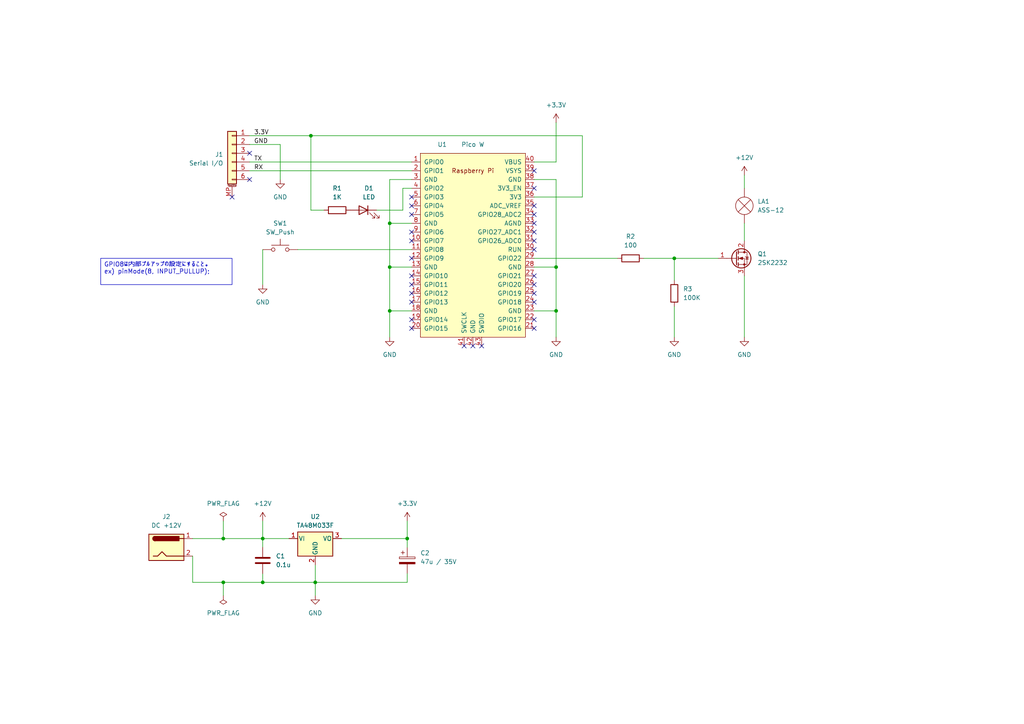
<source format=kicad_sch>
(kicad_sch (version 20231120) (generator "eeschema") (generator_version "8.0")
  (paper "A4")
  (title_block (title "PicoLight") (date "2024-01-16") (company "by 46nori"))
  (lib_symbols
    (symbol "Connector:Jack-DC" (pin_names (offset 1.016))
      (property "Reference" "J" (at 0 5.334 0))
      (property "Value" "Jack-DC" (at 0 -5.08 0))
      (symbol "Jack-DC_0_1"
        (rectangle (start -5.08 3.81) (end 5.08 -3.81) (stroke (width 0.254)) (fill (type background)))
        (arc (start -3.302 3.175) (mid -3.9343 2.54) (end -3.302 1.905) (stroke (width 0.254)))
        (arc (start -3.302 3.175) (mid -3.9343 2.54) (end -3.302 1.905) (stroke (width 0.254)) (fill (type outline)))
        (polyline (pts (xy 5.08 2.54) (xy 3.81 2.54)) (stroke (width 0.254)))
        (polyline (pts (xy -3.81 -2.54) (xy -2.54 -2.54) (xy -1.27 -1.27) (xy 0 -2.54) (xy 2.54 -2.54) (xy 5.08 -2.54)) (stroke (width 0.254)))
        (rectangle (start 3.683 3.175) (end -3.302 1.905) (stroke (width 0.254)) (fill (type outline)))
      )
      (symbol "Jack-DC_1_1"
        (pin passive line (at 7.62 2.54 180) (length 2.54) (name "~") (number "1"))
        (pin passive line (at 7.62 -2.54 180) (length 2.54) (name "~") (number "2"))
      )
    )
    (symbol "Connector_Generic_MountingPin:Conn_01x06_MountingPin" (pin_names (offset 1.016) hide)
      (property "Reference" "J" (at 0 7.62 0))
      (property "Value" "Conn_01x06_MountingPin" (at 1.27 -10.16 0))
      (symbol "Conn_01x06_MountingPin_1_1"
        (rectangle (start -1.27 -7.493) (end 0 -7.747) (stroke (width 0.1524)))
        (rectangle (start -1.27 -4.953) (end 0 -5.207) (stroke (width 0.1524)))
        (rectangle (start -1.27 -2.413) (end 0 -2.667) (stroke (width 0.1524)))
        (rectangle (start -1.27 0.127) (end 0 -0.127) (stroke (width 0.1524)))
        (rectangle (start -1.27 2.667) (end 0 2.413) (stroke (width 0.1524)))
        (rectangle (start -1.27 5.207) (end 0 4.953) (stroke (width 0.1524)))
        (rectangle (start -1.27 6.35) (end 1.27 -8.89) (stroke (width 0.254)) (fill (type background)))
        (polyline (pts (xy -1.016 -9.652) (xy 1.016 -9.652)) (stroke (width 0.1524)))
        (text "Mounting" (at 0 -9.271 0) (effects (font (size 0.381 0.381))))
        (pin passive line (at -5.08 5.08 0) (length 3.81) (name "Pin_1") (number "1"))
        (pin passive line (at -5.08 2.54 0) (length 3.81) (name "Pin_2") (number "2"))
        (pin passive line (at -5.08 0 0) (length 3.81) (name "Pin_3") (number "3"))
        (pin passive line (at -5.08 -2.54 0) (length 3.81) (name "Pin_4") (number "4"))
        (pin passive line (at -5.08 -5.08 0) (length 3.81) (name "Pin_5") (number "5"))
        (pin passive line (at -5.08 -7.62 0) (length 3.81) (name "Pin_6") (number "6"))
        (pin passive line (at 0 -12.7 90) (length 3.048) (name "MountPin") (number "MP"))
      )
    )
    (symbol "Device:C" (pin_numbers hide) (pin_names (offset 0.254))
      (property "Reference" "C" (at 0.635 2.54 0))
      (property "Value" "C" (at 0.635 -2.54 0))
      (symbol "C_0_1"
        (polyline (pts (xy -2.032 -0.762) (xy 2.032 -0.762)) (stroke (width 0.508)))
        (polyline (pts (xy -2.032 0.762) (xy 2.032 0.762)) (stroke (width 0.508)))
      )
      (symbol "C_1_1"
        (pin passive line (at 0 3.81 270) (length 2.794) (name "~") (number "1"))
        (pin passive line (at 0 -3.81 90) (length 2.794) (name "~") (number "2"))
      )
    )
    (symbol "Device:C_Polarized" (pin_numbers hide) (pin_names (offset 0.254))
      (property "Reference" "C" (at 0.635 2.54 0))
      (property "Value" "C_Polarized" (at 0.635 -2.54 0))
      (symbol "C_Polarized_0_1"
        (rectangle (start -2.286 0.508) (end 2.286 1.016))
        (polyline (pts (xy -1.778 2.286) (xy -0.762 2.286)))
        (polyline (pts (xy -1.27 2.794) (xy -1.27 1.778)))
        (rectangle (start 2.286 -0.508) (end -2.286 -1.016) (fill (type outline)))
      )
      (symbol "C_Polarized_1_1"
        (pin passive line (at 0 3.81 270) (length 2.794) (name "~") (number "1"))
        (pin passive line (at 0 -3.81 90) (length 2.794) (name "~") (number "2"))
      )
    )
    (symbol "Device:LED" (pin_numbers hide) (pin_names (offset 1.016) hide)
      (property "Reference" "D" (at 0 2.54 0))
      (property "Value" "LED" (at 0 -2.54 0))
      (symbol "LED_0_1"
        (polyline (pts (xy -1.27 -1.27) (xy -1.27 1.27)) (stroke (width 0.254)))
        (polyline (pts (xy -1.27 0) (xy 1.27 0)))
        (polyline (pts (xy 1.27 -1.27) (xy 1.27 1.27) (xy -1.27 0) (xy 1.27 -1.27)) (stroke (width 0.254)))
        (polyline (pts (xy -3.048 -0.762) (xy -4.572 -2.286) (xy -3.81 -2.286) (xy -4.572 -2.286) (xy -4.572 -1.524)))
        (polyline (pts (xy -1.778 -0.762) (xy -3.302 -2.286) (xy -2.54 -2.286) (xy -3.302 -2.286) (xy -3.302 -1.524)))
      )
      (symbol "LED_1_1"
        (pin passive line (at -3.81 0 0) (length 2.54) (name "K") (number "1"))
        (pin passive line (at 3.81 0 180) (length 2.54) (name "A") (number "2"))
      )
    )
    (symbol "Device:Lamp" (pin_numbers hide) (pin_names (offset 0.0254) hide)
      (property "Reference" "LA" (at 0.635 3.81 0))
      (property "Value" "Lamp" (at 0.635 -3.81 0))
      (symbol "Lamp_0_1"
        (polyline (pts (xy -1.778 1.778) (xy 1.778 -1.778)))
        (polyline (pts (xy 1.778 1.778) (xy -1.778 -1.778)))
        (circle (center 0 0) (radius 2.54))
      )
      (symbol "Lamp_1_1"
        (pin passive line (at 0 -5.08 90) (length 2.54) (name "-") (number "1"))
        (pin passive line (at 0 5.08 270) (length 2.54) (name "+") (number "2"))
      )
    )
    (symbol "Device:Q_NMOS_GDS" (pin_names (offset 0) hide)
      (property "Reference" "Q" (at 5.08 1.27 0))
      (property "Value" "Q_NMOS_GDS" (at 5.08 -1.27 0))
      (symbol "Q_NMOS_GDS_0_1"
        (polyline (pts (xy 0.254 0) (xy -2.54 0)))
        (polyline (pts (xy 0.254 1.905) (xy 0.254 -1.905)) (stroke (width 0.254)))
        (polyline (pts (xy 0.762 -1.27) (xy 0.762 -2.286)) (stroke (width 0.254)))
        (polyline (pts (xy 0.762 0.508) (xy 0.762 -0.508)) (stroke (width 0.254)))
        (polyline (pts (xy 0.762 2.286) (xy 0.762 1.27)) (stroke (width 0.254)))
        (polyline (pts (xy 2.54 2.54) (xy 2.54 1.778)))
        (polyline (pts (xy 2.54 -2.54) (xy 2.54 0) (xy 0.762 0)))
        (polyline (pts (xy 0.762 -1.778) (xy 3.302 -1.778) (xy 3.302 1.778) (xy 0.762 1.778)))
        (polyline (pts (xy 1.016 0) (xy 2.032 0.381) (xy 2.032 -0.381) (xy 1.016 0)) (fill (type outline)))
        (polyline (pts (xy 2.794 0.508) (xy 2.921 0.381) (xy 3.683 0.381) (xy 3.81 0.254)))
        (polyline (pts (xy 3.302 0.381) (xy 2.921 -0.254) (xy 3.683 -0.254) (xy 3.302 0.381)))
        (circle (center 1.651 0) (radius 2.794) (stroke (width 0.254)))
        (circle (center 2.54 -1.778) (radius 0.254) (fill (type outline)))
        (circle (center 2.54 1.778) (radius 0.254) (fill (type outline)))
      )
      (symbol "Q_NMOS_GDS_1_1"
        (pin input line (at -5.08 0 0) (length 2.54) (name "G") (number "1"))
        (pin passive line (at 2.54 5.08 270) (length 2.54) (name "D") (number "2"))
        (pin passive line (at 2.54 -5.08 90) (length 2.54) (name "S") (number "3"))
      )
    )
    (symbol "Device:R" (pin_numbers hide) (pin_names (offset 0))
      (property "Reference" "R" (at 2.032 0 90))
      (property "Value" "R" (at 0 0 90))
      (symbol "R_0_1"
        (rectangle (start -1.016 -2.54) (end 1.016 2.54) (stroke (width 0.254)))
      )
      (symbol "R_1_1"
        (pin passive line (at 0 3.81 270) (length 1.27) (name "~") (number "1"))
        (pin passive line (at 0 -3.81 90) (length 1.27) (name "~") (number "2"))
      )
    )
    (symbol "RPi_Pico:Pico" (pin_names (offset 1.016))
      (property "Reference" "U1" (at 0 31.75 0))
      (property "Value" "Pico W" (at 0 29.21 0))
      (symbol "Pico_0_0"
        (text "Raspberry Pi" (at 0 21.59 0) (effects (font (size 1.27 1.27))))
      )
      (symbol "Pico_0_1"
        (rectangle (start -15.24 26.67) (end 15.24 -26.67) (fill (type background)))
      )
      (symbol "Pico_1_1"
        (pin bidirectional line (at -17.78 24.13 0) (length 2.54) (name "GPIO0") (number "1"))
        (pin bidirectional line (at -17.78 1.27 0) (length 2.54) (name "GPIO7") (number "10"))
        (pin bidirectional line (at -17.78 -1.27 0) (length 2.54) (name "GPIO8") (number "11"))
        (pin bidirectional line (at -17.78 -3.81 0) (length 2.54) (name "GPIO9") (number "12"))
        (pin power_in line (at -17.78 -6.35 0) (length 2.54) (name "GND") (number "13"))
        (pin bidirectional line (at -17.78 -8.89 0) (length 2.54) (name "GPIO10") (number "14"))
        (pin bidirectional line (at -17.78 -11.43 0) (length 2.54) (name "GPIO11") (number "15"))
        (pin bidirectional line (at -17.78 -13.97 0) (length 2.54) (name "GPIO12") (number "16"))
        (pin bidirectional line (at -17.78 -16.51 0) (length 2.54) (name "GPIO13") (number "17"))
        (pin power_in line (at -17.78 -19.05 0) (length 2.54) (name "GND") (number "18"))
        (pin bidirectional line (at -17.78 -21.59 0) (length 2.54) (name "GPIO14") (number "19"))
        (pin bidirectional line (at -17.78 21.59 0) (length 2.54) (name "GPIO1") (number "2"))
        (pin bidirectional line (at -17.78 -24.13 0) (length 2.54) (name "GPIO15") (number "20"))
        (pin bidirectional line (at 17.78 -24.13 180) (length 2.54) (name "GPIO16") (number "21"))
        (pin bidirectional line (at 17.78 -21.59 180) (length 2.54) (name "GPIO17") (number "22"))
        (pin power_in line (at 17.78 -19.05 180) (length 2.54) (name "GND") (number "23"))
        (pin bidirectional line (at 17.78 -16.51 180) (length 2.54) (name "GPIO18") (number "24"))
        (pin bidirectional line (at 17.78 -13.97 180) (length 2.54) (name "GPIO19") (number "25"))
        (pin bidirectional line (at 17.78 -11.43 180) (length 2.54) (name "GPIO20") (number "26"))
        (pin bidirectional line (at 17.78 -8.89 180) (length 2.54) (name "GPIO21") (number "27"))
        (pin power_in line (at 17.78 -6.35 180) (length 2.54) (name "GND") (number "28"))
        (pin bidirectional line (at 17.78 -3.81 180) (length 2.54) (name "GPIO22") (number "29"))
        (pin power_in line (at -17.78 19.05 0) (length 2.54) (name "GND") (number "3"))
        (pin input line (at 17.78 -1.27 180) (length 2.54) (name "RUN") (number "30"))
        (pin bidirectional line (at 17.78 1.27 180) (length 2.54) (name "GPIO26_ADC0") (number "31"))
        (pin bidirectional line (at 17.78 3.81 180) (length 2.54) (name "GPIO27_ADC1") (number "32"))
        (pin power_in line (at 17.78 6.35 180) (length 2.54) (name "AGND") (number "33"))
        (pin bidirectional line (at 17.78 8.89 180) (length 2.54) (name "GPIO28_ADC2") (number "34"))
        (pin unspecified line (at 17.78 11.43 180) (length 2.54) (name "ADC_VREF") (number "35"))
        (pin power_out line (at 17.78 13.97 180) (length 2.54) (name "3V3") (number "36"))
        (pin power_in line (at 17.78 16.51 180) (length 2.54) (name "3V3_EN") (number "37"))
        (pin power_in line (at 17.78 19.05 180) (length 2.54) (name "GND") (number "38"))
        (pin power_in line (at 17.78 21.59 180) (length 2.54) (name "VSYS") (number "39"))
        (pin bidirectional line (at -17.78 16.51 0) (length 2.54) (name "GPIO2") (number "4"))
        (pin unspecified line (at 17.78 24.13 180) (length 2.54) (name "VBUS") (number "40"))
        (pin input line (at -2.54 -29.21 90) (length 2.54) (name "SWCLK") (number "41"))
        (pin power_in line (at 0 -29.21 90) (length 2.54) (name "GND") (number "42"))
        (pin bidirectional line (at 2.54 -29.21 90) (length 2.54) (name "SWDIO") (number "43"))
        (pin bidirectional line (at -17.78 13.97 0) (length 2.54) (name "GPIO3") (number "5"))
        (pin bidirectional line (at -17.78 11.43 0) (length 2.54) (name "GPIO4") (number "6"))
        (pin bidirectional line (at -17.78 8.89 0) (length 2.54) (name "GPIO5") (number "7"))
        (pin power_in line (at -17.78 6.35 0) (length 2.54) (name "GND") (number "8"))
        (pin bidirectional line (at -17.78 3.81 0) (length 2.54) (name "GPIO6") (number "9"))
      )
    )
    (symbol "Regulator_Linear:LF33_TO252" (pin_names (offset 0.254))
      (property "Reference" "U" (at -3.81 3.175 0))
      (property "Value" "LF33_TO252" (at 0 3.175 0))
      (symbol "LF33_TO252_0_1"
        (rectangle (start -5.08 1.905) (end 5.08 -5.08) (stroke (width 0.254)) (fill (type background)))
      )
      (symbol "LF33_TO252_1_1"
        (pin power_in line (at -7.62 0 0) (length 2.54) (name "VI") (number "1"))
        (pin power_in line (at 0 -7.62 90) (length 2.54) (name "GND") (number "2"))
        (pin power_out line (at 7.62 0 180) (length 2.54) (name "VO") (number "3"))
      )
    )
    (symbol "Switch:SW_Push" (pin_numbers hide) (pin_names (offset 1.016) hide)
      (property "Reference" "SW" (at 1.27 2.54 0))
      (property "Value" "SW_Push" (at 0 -1.524 0))
      (symbol "SW_Push_0_1"
        (circle (center -2.032 0) (radius 0.508))
        (polyline (pts (xy 0 1.27) (xy 0 3.048)))
        (polyline (pts (xy 2.54 1.27) (xy -2.54 1.27)))
        (circle (center 2.032 0) (radius 0.508))
        (pin passive line (at -5.08 0 0) (length 2.54) (name "1") (number "1"))
        (pin passive line (at 5.08 0 180) (length 2.54) (name "2") (number "2"))
      )
    )
    (symbol "power:+12V" (power) (pin_names (offset 0))
      (property "Value" "+12V" (at 0 3.556 0))
      (symbol "+12V_0_1"
        (polyline (pts (xy -0.762 1.27) (xy 0 2.54)))
        (polyline (pts (xy 0 0) (xy 0 2.54)))
        (polyline (pts (xy 0 2.54) (xy 0.762 1.27)))
      )
      (symbol "+12V_1_1"
        (pin power_in line (at 0 0 90) (length 0) hide (name "+12V") (number "1"))
      )
    )
    (symbol "power:+3.3V" (power) (pin_names (offset 0))
      (property "Value" "+3.3V" (at 0 3.556 0))
      (symbol "+3.3V_0_1"
        (polyline (pts (xy -0.762 1.27) (xy 0 2.54)))
        (polyline (pts (xy 0 0) (xy 0 2.54)))
        (polyline (pts (xy 0 2.54) (xy 0.762 1.27)))
      )
      (symbol "+3.3V_1_1"
        (pin power_in line (at 0 0 90) (length 0) hide (name "+3.3V") (number "1"))
      )
    )
    (symbol "power:GND" (power) (pin_names (offset 0))
      (property "Value" "GND" (at 0 -3.81 0))
      (symbol "GND_0_1"
        (polyline (pts (xy 0 0) (xy 0 -1.27) (xy 1.27 -1.27) (xy 0 -2.54) (xy -1.27 -1.27) (xy 0 -1.27)))
      )
      (symbol "GND_1_1"
        (pin power_in line (at 0 0 270) (length 0) hide (name "GND") (number "1"))
      )
    )
    (symbol "power:PWR_FLAG" (power) (pin_numbers hide) (pin_names (offset 0) hide)
      (property "Value" "PWR_FLAG" (at 0 3.81 0))
      (symbol "PWR_FLAG_0_0"
        (pin power_out line (at 0 0 90) (length 0) (name "pwr") (number "1"))
      )
      (symbol "PWR_FLAG_0_1"
        (polyline (pts (xy 0 0) (xy 0 1.27) (xy -1.016 1.905) (xy 0 2.54) (xy 1.016 1.905) (xy 0 1.27)))
      )
    )
  )
  (junction (at 118.11 156.21))
  (junction (at 113.03 64.77))
  (junction (at 91.44 168.91))
  (junction (at 113.03 90.17))
  (junction (at 161.29 77.47))
  (junction (at 76.2 156.21))
  (junction (at 161.29 90.17))
  (junction (at 64.77 156.21))
  (junction (at 113.03 77.47))
  (junction (at 195.58 74.93))
  (junction (at 64.77 168.91))
  (junction (at 90.17 39.37))
  (junction (at 76.2 168.91))
  (no_connect (at 154.94 62.23))
  (no_connect (at 72.39 52.07))
  (no_connect (at 119.38 87.63))
  (no_connect (at 119.38 67.31))
  (no_connect (at 154.94 69.85))
  (no_connect (at 119.38 85.09))
  (no_connect (at 119.38 69.85))
  (no_connect (at 154.94 80.01))
  (no_connect (at 154.94 59.69))
  (no_connect (at 154.94 82.55))
  (no_connect (at 154.94 67.31))
  (no_connect (at 119.38 95.25))
  (no_connect (at 134.62 100.33))
  (no_connect (at 154.94 64.77))
  (no_connect (at 154.94 85.09))
  (no_connect (at 154.94 92.71))
  (no_connect (at 154.94 54.61))
  (no_connect (at 154.94 72.39))
  (no_connect (at 72.39 44.45))
  (no_connect (at 139.7 100.33))
  (no_connect (at 137.16 100.33))
  (no_connect (at 119.38 82.55))
  (no_connect (at 119.38 80.01))
  (no_connect (at 119.38 74.93))
  (no_connect (at 154.94 95.25))
  (no_connect (at 119.38 57.15))
  (no_connect (at 119.38 62.23))
  (no_connect (at 119.38 92.71))
  (no_connect (at 154.94 87.63))
  (no_connect (at 119.38 59.69))
  (no_connect (at 67.31 57.15))
  (no_connect (at 154.94 49.53))
  (wire (pts (xy 93.98 60.96) (xy 90.17 60.96)))
  (wire (pts (xy 99.06 156.21) (xy 118.11 156.21)))
  (wire (pts (xy 215.9 64.77) (xy 215.9 69.85)))
  (wire (pts (xy 55.88 161.29) (xy 55.88 168.91)))
  (wire (pts (xy 195.58 74.93) (xy 208.28 74.93)))
  (wire (pts (xy 64.77 168.91) (xy 76.2 168.91)))
  (wire (pts (xy 113.03 52.07) (xy 113.03 64.77)))
  (wire (pts (xy 154.94 52.07) (xy 161.29 52.07)))
  (wire (pts (xy 215.9 80.01) (xy 215.9 97.79)))
  (wire (pts (xy 72.39 49.53) (xy 119.38 49.53)))
  (wire (pts (xy 64.77 156.21) (xy 76.2 156.21)))
  (wire (pts (xy 161.29 97.79) (xy 161.29 90.17)))
  (wire (pts (xy 55.88 168.91) (xy 64.77 168.91)))
  (wire (pts (xy 116.84 60.96) (xy 116.84 54.61)))
  (wire (pts (xy 161.29 52.07) (xy 161.29 77.47)))
  (wire (pts (xy 90.17 39.37) (xy 168.91 39.37)))
  (wire (pts (xy 161.29 77.47) (xy 161.29 90.17)))
  (wire (pts (xy 118.11 151.13) (xy 118.11 156.21)))
  (wire (pts (xy 81.28 41.91) (xy 81.28 52.07)))
  (wire (pts (xy 118.11 168.91) (xy 118.11 166.37)))
  (wire (pts (xy 86.36 72.39) (xy 119.38 72.39)))
  (wire (pts (xy 76.2 72.39) (xy 76.2 82.55)))
  (wire (pts (xy 186.69 74.93) (xy 195.58 74.93)))
  (wire (pts (xy 91.44 168.91) (xy 118.11 168.91)))
  (wire (pts (xy 116.84 54.61) (xy 119.38 54.61)))
  (wire (pts (xy 109.22 60.96) (xy 116.84 60.96)))
  (wire (pts (xy 76.2 168.91) (xy 91.44 168.91)))
  (wire (pts (xy 91.44 168.91) (xy 91.44 163.83)))
  (wire (pts (xy 72.39 46.99) (xy 119.38 46.99)))
  (wire (pts (xy 76.2 151.13) (xy 76.2 156.21)))
  (wire (pts (xy 91.44 168.91) (xy 91.44 172.72)))
  (wire (pts (xy 72.39 41.91) (xy 81.28 41.91)))
  (wire (pts (xy 64.77 172.72) (xy 64.77 168.91)))
  (wire (pts (xy 154.94 74.93) (xy 179.07 74.93)))
  (wire (pts (xy 113.03 77.47) (xy 113.03 90.17)))
  (wire (pts (xy 161.29 46.99) (xy 161.29 35.56)))
  (wire (pts (xy 161.29 90.17) (xy 154.94 90.17)))
  (wire (pts (xy 119.38 52.07) (xy 113.03 52.07)))
  (wire (pts (xy 76.2 168.91) (xy 76.2 166.37)))
  (wire (pts (xy 154.94 46.99) (xy 161.29 46.99)))
  (wire (pts (xy 113.03 64.77) (xy 119.38 64.77)))
  (wire (pts (xy 154.94 57.15) (xy 168.91 57.15)))
  (wire (pts (xy 76.2 158.75) (xy 76.2 156.21)))
  (wire (pts (xy 113.03 90.17) (xy 119.38 90.17)))
  (wire (pts (xy 195.58 88.9) (xy 195.58 97.79)))
  (wire (pts (xy 118.11 158.75) (xy 118.11 156.21)))
  (wire (pts (xy 215.9 50.8) (xy 215.9 54.61)))
  (wire (pts (xy 113.03 77.47) (xy 119.38 77.47)))
  (wire (pts (xy 161.29 77.47) (xy 154.94 77.47)))
  (wire (pts (xy 76.2 156.21) (xy 83.82 156.21)))
  (wire (pts (xy 113.03 64.77) (xy 113.03 77.47)))
  (wire (pts (xy 168.91 57.15) (xy 168.91 39.37)))
  (wire (pts (xy 90.17 60.96) (xy 90.17 39.37)))
  (wire (pts (xy 195.58 74.93) (xy 195.58 81.28)))
  (wire (pts (xy 113.03 97.79) (xy 113.03 90.17)))
  (wire (pts (xy 55.88 156.21) (xy 64.77 156.21)))
  (wire (pts (xy 64.77 151.13) (xy 64.77 156.21)))
  (wire (pts (xy 72.39 39.37) (xy 90.17 39.37)))
  (text_box "GPIO8は内部プルアップの設定にすること。\nex) pinMode(8, INPUT_PULLUP);" (at 29.21 74.93 0) (size 38.1 7.62) (effects (font (size 1.27 1.27)) (justify left top)))
  (label "GND" (at 73.66 41.91 0))
  (label "RX" (at 73.66 49.53 0))
  (label "3.3V" (at 73.66 39.37 0))
  (label "TX" (at 73.66 46.99 0))
  (symbol (lib_id "Device:R") (at 97.79 60.96 90) (unit 1)
    (property "Reference" "R1" (at 97.79 54.61 90))
    (property "Value" "1K" (at 97.79 57.15 90))
  )
  (symbol (lib_id "Device:Lamp") (at 215.9 59.69 0) (unit 1)
    (property "Reference" "LA1" (at 219.71 58.42 0) (effects (justify left)))
    (property "Value" "ASS-12" (at 219.71 60.96 0) (effects (justify left)))
    (property "Datasheet" "https://akizukidenshi.com/download/ds/arrow/ass-12.pdf" (effects (hide yes)))
  )
  (symbol (lib_id "Device:LED") (at 105.41 60.96 0) (mirror y) (unit 1)
    (property "Reference" "D1" (at 106.9975 54.61 0))
    (property "Value" "LED" (at 106.9975 57.15 0))
    (property "Datasheet" "https://akizukidenshi.com/catalog/g/gI-12411/" (effects (hide yes)))
  )
  (symbol (lib_id "Regulator_Linear:LF33_TO252") (at 91.44 156.21 0) (unit 1)
    (property "Reference" "U2" (at 91.44 149.86 0))
    (property "Value" "TA48M033F" (at 91.44 152.4 0))
    (property "Footprint" "Package_TO_SOT_SMD:TO-252-2" (effects (hide yes)))
    (property "Datasheet" "https://www.marutsu.co.jp/contents/shop/marutsu/datasheet/toshiba_TA48M0345F.pdf" (effects (hide yes)))
  )
  (symbol (lib_id "power:+3.3V") (at 161.29 35.56 0) (unit 1)
    (property "Reference" "#PWR01" (effects (hide yes)))
    (property "Value" "+3.3V" (at 161.29 30.48 0))
  )
  (symbol (lib_id "Device:R") (at 195.58 85.09 0) (unit 1)
    (property "Reference" "R3" (at 198.12 83.82 0) (effects (justify left)))
    (property "Value" "100K" (at 198.12 86.36 0) (effects (justify left)))
  )
  (symbol (lib_id "power:GND") (at 76.2 82.55 0) (unit 1)
    (property "Reference" "#PWR04" (effects (hide yes)))
    (property "Value" "GND" (at 76.2 87.63 0))
  )
  (symbol (lib_id "power:GND") (at 215.9 97.79 0) (unit 1)
    (property "Reference" "#PWR08" (effects (hide yes)))
    (property "Value" "GND" (at 215.9 102.87 0))
  )
  (symbol (lib_id "power:PWR_FLAG") (at 64.77 172.72 0) (mirror x) (unit 1)
    (property "Reference" "#FLG02" (effects (hide yes)))
    (property "Value" "PWR_FLAG" (at 64.77 177.8 0))
  )
  (symbol (lib_id "power:+12V") (at 215.9 50.8 0) (unit 1)
    (property "Reference" "#PWR02" (effects (hide yes)))
    (property "Value" "+12V" (at 215.9 45.72 0))
  )
  (symbol (lib_id "power:GND") (at 113.03 97.79 0) (unit 1)
    (property "Reference" "#PWR05" (effects (hide yes)))
    (property "Value" "GND" (at 113.03 102.87 0))
  )
  (symbol (lib_id "power:GND") (at 195.58 97.79 0) (unit 1)
    (property "Reference" "#PWR07" (effects (hide yes)))
    (property "Value" "GND" (at 195.58 102.87 0))
  )
  (symbol (lib_id "RPi_Pico:Pico") (at 137.16 71.12 0) (unit 1)
    (property "Reference" "U1" (at 128.27 41.91 0))
    (property "Value" "Pico W" (at 137.16 41.91 0))
    (property "Footprint" "RPi_Pico:RPi_Pico_SMD_TH" (effects (hide yes)))
  )
  (symbol (lib_id "Device:Q_NMOS_GDS") (at 213.36 74.93 0) (unit 1)
    (property "Reference" "Q1" (at 219.71 73.66 0) (effects (justify left)))
    (property "Value" "2SK2232" (at 219.71 76.2 0) (effects (justify left)))
    (property "Datasheet" "https://toshiba.semicon-storage.com/info/2SK2232_datasheet_ja_20090929.pdf?did=13451&prodName=2SK2232" (effects (hide yes)))
  )
  (symbol (lib_id "power:GND") (at 81.28 52.07 0) (unit 1)
    (property "Reference" "#PWR03" (effects (hide yes)))
    (property "Value" "GND" (at 81.28 57.15 0))
  )
  (symbol (lib_id "Device:R") (at 182.88 74.93 270) (unit 1)
    (property "Reference" "R2" (at 182.88 68.58 90))
    (property "Value" "100" (at 182.88 71.12 90))
  )
  (symbol (lib_id "power:+3.3V") (at 118.11 151.13 0) (unit 1)
    (property "Reference" "#PWR010" (effects (hide yes)))
    (property "Value" "+3.3V" (at 118.11 146.05 0))
  )
  (symbol (lib_id "Switch:SW_Push") (at 81.28 72.39 0) (unit 1)
    (property "Reference" "SW1" (at 81.28 64.77 0))
    (property "Value" "SW_Push" (at 81.28 67.31 0))
  )
  (symbol (lib_id "Device:C") (at 76.2 162.56 0) (unit 1)
    (property "Reference" "C1" (at 80.01 161.29 0) (effects (justify left)))
    (property "Value" "0.1u" (at 80.01 163.83 0) (effects (justify left)))
  )
  (symbol (lib_id "power:PWR_FLAG") (at 64.77 151.13 0) (unit 1)
    (property "Reference" "#FLG01" (effects (hide yes)))
    (property "Value" "PWR_FLAG" (at 64.77 146.05 0))
  )
  (symbol (lib_id "Connector:Jack-DC") (at 48.26 158.75 0) (unit 1)
    (property "Reference" "J2" (at 48.26 149.86 0))
    (property "Value" "DC +12V" (at 48.26 152.4 0))
  )
  (symbol (lib_id "power:GND") (at 161.29 97.79 0) (unit 1)
    (property "Reference" "#PWR06" (effects (hide yes)))
    (property "Value" "GND" (at 161.29 102.87 0))
  )
  (symbol (lib_id "power:+12V") (at 76.2 151.13 0) (unit 1)
    (property "Reference" "#PWR09" (effects (hide yes)))
    (property "Value" "+12V" (at 76.2 146.05 0))
  )
  (symbol (lib_id "power:GND") (at 91.44 172.72 0) (unit 1)
    (property "Reference" "#PWR011" (effects (hide yes)))
    (property "Value" "GND" (at 91.44 177.8 0))
  )
  (symbol (lib_id "Connector_Generic_MountingPin:Conn_01x06_MountingPin") (at 67.31 44.45 0) (mirror y) (unit 1)
    (property "Reference" "J1" (at 64.77 44.8056 0) (effects (justify left)))
    (property "Value" "Serial I/O" (at 64.77 47.3456 0) (effects (justify left)))
  )
  (symbol (lib_id "Device:C_Polarized") (at 118.11 162.56 0) (unit 1)
    (property "Reference" "C2" (at 121.92 160.401 0) (effects (justify left)))
    (property "Value" "47u / 35V" (at 121.92 162.941 0) (effects (justify left)))
  )
)
</source>
